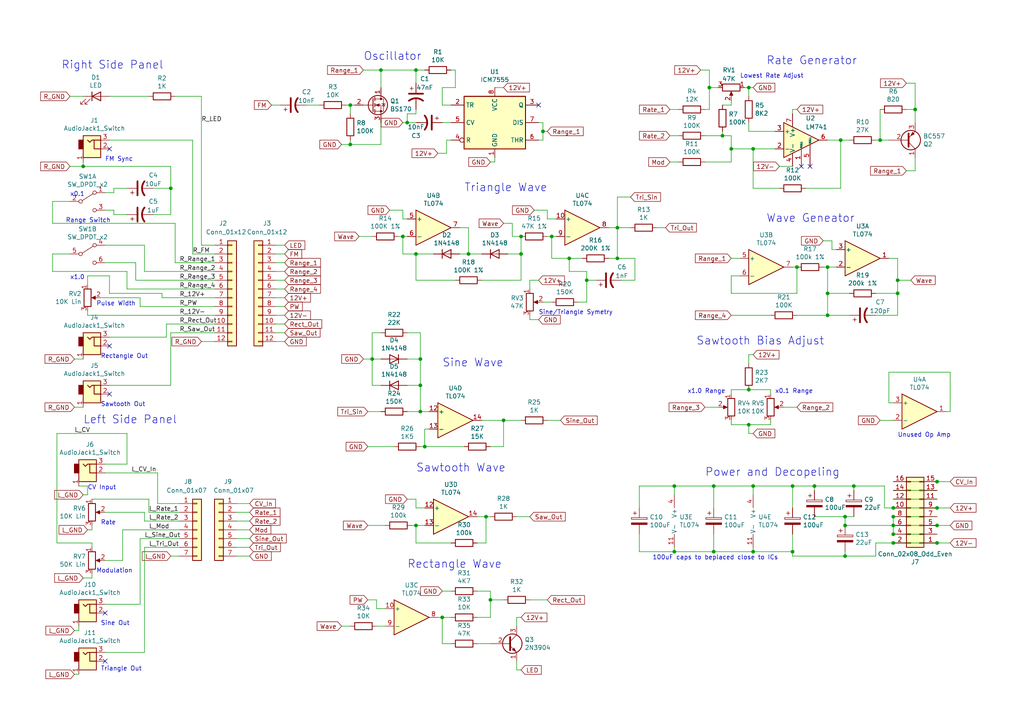
<source format=kicad_sch>
(kicad_sch (version 20250114) (generator "eeschema") (generator_version "9.0")
  (paper "A4")
  (text "x0.1 Range" (at 224.79 114.3 0) (effects (font (size 1.27 1.27)) (justify left bottom)))
  (text "Rate Generator" (at 222.25 19.05 0) (effects (font (size 2.3114 2.3114)) (justify left bottom)))
  (text "Wave Geneator" (at 222.25 64.77 0) (effects (font (size 2.3114 2.3114)) (justify left bottom)))
  (text "Modulation\n" (at 27.94 166.37 0) (effects (font (size 1.27 1.27)) (justify left bottom)))
  (text "Sawtooth Wave" (at 120.65 137.16 0) (effects (font (size 2.3114 2.3114)) (justify left bottom)))
  (text "Sine Wave" (at 128.27 106.68 0) (effects (font (size 2.3114 2.3114)) (justify left bottom)))
  (text "Triangle Out\n\n" (at 29.21 196.85 0) (effects (font (size 1.27 1.27)) (justify left bottom)))
  (text "FM Sync" (at 30.48 46.99 0) (effects (font (size 1.27 1.27)) (justify left bottom)))
  (text "Sine/Triangle Symetry" (at 156.21 91.44 0) (effects (font (size 1.27 1.27)) (justify left bottom)))
  (text "Sine Out\n" (at 29.21 181.61 0) (effects (font (size 1.27 1.27)) (justify left bottom)))
  (text "Left Side Panel" (at 24.13 123.19 0) (effects (font (size 2.3114 2.3114)) (justify left bottom)))
  (text "Sawtooth Bias Adjust" (at 201.93 100.33 0) (effects (font (size 2.3114 2.3114)) (justify left bottom)))
  (text "Rate\n" (at 29.21 152.4 0) (effects (font (size 1.27 1.27)) (justify left bottom)))
  (text "Lowest Rate Adjust" (at 214.63 22.86 0) (effects (font (size 1.27 1.27)) (justify left bottom)))
  (text "Unused Op Amp" (at 260.35 127 0) (effects (font (size 1.27 1.27)) (justify left bottom)))
  (text "100uF caps to beplaced close to ICs" (at 189.23 162.56 0) (effects (font (size 1.27 1.27)) (justify left bottom)))
  (text "CV Input\n" (at 25.4 142.24 0) (effects (font (size 1.27 1.27)) (justify left bottom)))
  (text "x1.0 Range" (at 199.39 114.3 0) (effects (font (size 1.27 1.27)) (justify left bottom)))
  (text "Pulse Width" (at 27.94 88.9 0) (effects (font (size 1.27 1.27)) (justify left bottom)))
  (text "Right Side Panel" (at 17.78 20.32 0) (effects (font (size 2.3114 2.3114)) (justify left bottom)))
  (text "Oscillator" (at 105.41 17.78 0) (effects (font (size 2.3114 2.3114)) (justify left bottom)))
  (text "Sawtooth Out\n" (at 29.21 118.11 0) (effects (font (size 1.27 1.27)) (justify left bottom)))
  (text "Rectangle Out" (at 29.21 104.14 0) (effects (font (size 1.27 1.27)) (justify left bottom)))
  (text "Range Switch" (at 19.05 64.77 0) (effects (font (size 1.27 1.27)) (justify left bottom)))
  (text "Rectangle Wave" (at 118.11 165.1 0) (effects (font (size 2.3114 2.3114)) (justify left bottom)))
  (text "Power and Decopeling" (at 204.47 138.43 0) (effects (font (size 2.3114 2.3114)) (justify left bottom)))
  (text "Triangle Wave" (at 134.62 55.88 0) (effects (font (size 2.3114 2.3114)) (justify left bottom)))
  (text "x0.1" (at 20.32 57.15 0) (effects (font (size 1.27 1.27)) (justify left bottom)))
  (text "x1.0" (at 20.32 81.28 0) (effects (font (size 1.27 1.27)) (justify left bottom)))
  (junction (at 120.65 20.32))
  (junction (at 217.17 123.19))
  (junction (at 207.01 160.02))
  (junction (at 260.35 85.09))
  (junction (at 229.87 160.02))
  (junction (at 209.55 39.37))
  (junction (at 121.92 119.38))
  (junction (at 120.65 73.66))
  (junction (at 259.08 154.94))
  (junction (at 116.84 68.58))
  (junction (at 128.27 179.07))
  (junction (at 218.44 160.02))
  (junction (at 259.08 152.4))
  (junction (at 49.53 54.61))
  (junction (at 245.11 152.4))
  (junction (at 271.78 157.48))
  (junction (at 170.18 81.28))
  (junction (at 195.58 160.02))
  (junction (at 110.49 20.32))
  (junction (at 271.78 152.4))
  (junction (at 236.22 140.97))
  (junction (at 120.65 152.4))
  (junction (at 101.6 30.48))
  (junction (at 118.11 35.56))
  (junction (at 160.02 68.58))
  (junction (at 240.03 85.09))
  (junction (at 218.44 43.18))
  (junction (at 207.01 140.97))
  (junction (at 260.35 81.28))
  (junction (at 151.13 68.58))
  (junction (at 265.43 31.75))
  (junction (at 140.97 149.86))
  (junction (at 259.08 157.48))
  (junction (at 229.87 140.97))
  (junction (at 212.09 43.18))
  (junction (at 247.65 140.97))
  (junction (at 240.03 77.47))
  (junction (at 205.74 25.4))
  (junction (at 107.95 104.14))
  (junction (at 259.08 149.86))
  (junction (at 179.07 74.93))
  (junction (at 240.03 91.44))
  (junction (at 121.92 104.14))
  (junction (at 243.84 40.64))
  (junction (at 135.89 73.66))
  (junction (at 271.78 139.7))
  (junction (at 101.6 41.91))
  (junction (at 255.27 40.64))
  (junction (at 218.44 140.97))
  (junction (at 217.17 113.03))
  (junction (at 165.1 74.93))
  (junction (at 245.11 149.86))
  (junction (at 121.92 111.76))
  (junction (at 195.58 140.97))
  (junction (at 231.14 77.47))
  (junction (at 151.13 73.66))
  (junction (at 24.13 48.26))
  (junction (at 123.19 129.54))
  (junction (at 271.78 147.32))
  (junction (at 245.11 161.29))
  (junction (at 157.48 38.1))
  (junction (at 179.07 66.04))
  (junction (at 259.08 147.32))
  (junction (at 142.24 173.99))
  (junction (at 146.05 121.92))
  (junction (at 217.17 25.4))
  (no_connect (at 156.21 30.48))
  (no_connect (at 234.95 48.26))
  (no_connect (at 232.41 48.26))
  (no_connect (at 31.75 114.3))
  (no_connect (at 30.48 191.77))
  (no_connect (at 30.48 177.8))
  (no_connect (at 31.75 100.33))
  (no_connect (at 31.75 43.18))
  (wire (pts (xy 50.8 76.2) (xy 62.23 76.2)))
  (wire (pts (xy 33.02 54.61) (xy 33.02 55.88)))
  (wire (pts (xy 151.13 81.28) (xy 151.13 73.66)))
  (wire (pts (xy 195.58 158.75) (xy 195.58 160.02)))
  (wire (pts (xy 195.58 140.97) (xy 207.01 140.97)))
  (wire (pts (xy 157.48 38.1) (xy 157.48 40.64)))
  (wire (pts (xy 105.41 20.32) (xy 110.49 20.32)))
  (wire (pts (xy 116.84 35.56) (xy 118.11 35.56)))
  (wire (pts (xy 223.52 113.03) (xy 223.52 114.3)))
  (wire (pts (xy 212.09 74.93) (xy 214.63 74.93)))
  (wire (pts (xy 109.22 181.61) (xy 111.76 181.61)))
  (wire (pts (xy 101.6 41.91) (xy 101.6 40.64)))
  (wire (pts (xy 80.01 93.98) (xy 82.55 93.98)))
  (wire (pts (xy 128.27 186.69) (xy 128.27 179.07)))
  (wire (pts (xy 214.63 80.01) (xy 212.09 80.01)))
  (wire (pts (xy 113.03 60.96) (xy 116.84 60.96)))
  (wire (pts (xy 227.33 118.11) (xy 231.14 118.11)))
  (wire (pts (xy 139.7 121.92) (xy 146.05 121.92)))
  (wire (pts (xy 121.92 119.38) (xy 124.46 119.38)))
  (wire (pts (xy 26.67 167.64) (xy 26.67 166.37)))
  (wire (pts (xy 265.43 31.75) (xy 265.43 35.56)))
  (wire (pts (xy 146.05 121.92) (xy 146.05 129.54)))
  (wire (pts (xy 241.3 69.85) (xy 241.3 72.39)))
  (wire (pts (xy 30.48 189.23) (xy 41.91 189.23)))
  (wire (pts (xy 226.06 48.26) (xy 229.87 48.26)))
  (wire (pts (xy 245.11 149.86) (xy 247.65 149.86)))
  (wire (pts (xy 217.17 38.1) (xy 224.79 38.1)))
  (wire (pts (xy 205.74 25.4) (xy 208.28 25.4)))
  (wire (pts (xy 262.89 31.75) (xy 265.43 31.75)))
  (wire (pts (xy 259.08 147.32) (xy 256.54 147.32)))
  (wire (pts (xy 36.83 62.23) (xy 33.02 62.23)))
  (wire (pts (xy 185.42 147.32) (xy 185.42 140.97)))
  (wire (pts (xy 106.68 129.54) (xy 114.3 129.54)))
  (wire (pts (xy 33.02 55.88) (xy 30.48 55.88)))
  (wire (pts (xy 148.59 64.77) (xy 148.59 68.58)))
  (wire (pts (xy 231.14 91.44) (xy 240.03 91.44)))
  (wire (pts (xy 229.87 161.29) (xy 245.11 161.29)))
  (wire (pts (xy 115.57 68.58) (xy 116.84 68.58)))
  (wire (pts (xy 118.11 111.76) (xy 121.92 111.76)))
  (wire (pts (xy 80.01 76.2) (xy 82.55 76.2)))
  (wire (pts (xy 127 44.45) (xy 129.54 44.45)))
  (wire (pts (xy 80.01 86.36) (xy 82.55 86.36)))
  (wire (pts (xy 36.83 134.62) (xy 30.48 134.62)))
  (wire (pts (xy 80.01 73.66) (xy 82.55 73.66)))
  (wire (pts (xy 212.09 46.99) (xy 212.09 43.18)))
  (wire (pts (xy 118.11 119.38) (xy 121.92 119.38)))
  (wire (pts (xy 212.09 80.01) (xy 212.09 85.09)))
  (wire (pts (xy 116.84 68.58) (xy 116.84 73.66)))
  (wire (pts (xy 116.84 63.5) (xy 118.11 63.5)))
  (wire (pts (xy 40.64 156.21) (xy 52.07 156.21)))
  (wire (pts (xy 107.95 104.14) (xy 105.41 104.14)))
  (wire (pts (xy 207.01 154.94) (xy 207.01 160.02)))
  (wire (pts (xy 184.15 74.93) (xy 184.15 81.28)))
  (wire (pts (xy 156.21 92.71) (xy 153.67 92.71)))
  (wire (pts (xy 49.53 111.76) (xy 31.75 111.76)))
  (wire (pts (xy 167.64 87.63) (xy 170.18 87.63)))
  (wire (pts (xy 265.43 45.72) (xy 265.43 49.53)))
  (wire (pts (xy 106.68 173.99) (xy 109.22 173.99)))
  (wire (pts (xy 21.59 118.11) (xy 24.13 118.11)))
  (wire (pts (xy 154.94 60.96) (xy 158.75 60.96)))
  (wire (pts (xy 33.02 60.96) (xy 30.48 60.96)))
  (wire (pts (xy 26.67 157.48) (xy 26.67 158.75)))
  (wire (pts (xy 132.08 81.28) (xy 120.65 81.28)))
  (wire (pts (xy 212.09 85.09) (xy 231.14 85.09)))
  (wire (pts (xy 223.52 123.19) (xy 217.17 123.19)))
  (wire (pts (xy 80.01 96.52) (xy 82.55 96.52)))
  (wire (pts (xy 170.18 81.28) (xy 170.18 78.74)))
  (wire (pts (xy 217.17 35.56) (xy 217.17 38.1)))
  (wire (pts (xy 257.81 116.84) (xy 259.08 116.84)))
  (wire (pts (xy 50.8 64.77) (xy 50.8 76.2)))
  (wire (pts (xy 217.17 113.03) (xy 223.52 113.03)))
  (wire (pts (xy 120.65 152.4) (xy 123.19 152.4)))
  (wire (pts (xy 41.91 78.74) (xy 62.23 78.74)))
  (wire (pts (xy 170.18 78.74) (xy 165.1 78.74)))
  (wire (pts (xy 110.49 41.91) (xy 101.6 41.91)))
  (wire (pts (xy 21.59 104.14) (xy 24.13 104.14)))
  (wire (pts (xy 176.53 74.93) (xy 179.07 74.93)))
  (wire (pts (xy 257.81 107.95) (xy 257.81 116.84)))
  (wire (pts (xy 259.08 139.7) (xy 271.78 139.7)))
  (wire (pts (xy 120.65 20.32) (xy 110.49 20.32)))
  (wire (pts (xy 240.03 91.44) (xy 240.03 85.09)))
  (wire (pts (xy 233.68 54.61) (xy 243.84 54.61)))
  (wire (pts (xy 157.48 40.64) (xy 156.21 40.64)))
  (wire (pts (xy 242.57 77.47) (xy 240.03 77.47)))
  (wire (pts (xy 30.48 137.16) (xy 45.72 137.16)))
  (wire (pts (xy 231.14 85.09) (xy 231.14 77.47)))
  (wire (pts (xy 43.18 148.59) (xy 52.07 148.59)))
  (wire (pts (xy 218.44 25.4) (xy 217.17 25.4)))
  (wire (pts (xy 140.97 149.86) (xy 142.24 149.86)))
  (wire (pts (xy 128.27 179.07) (xy 130.81 179.07)))
  (wire (pts (xy 26.67 152.4) (xy 26.67 153.67)))
  (wire (pts (xy 119.38 152.4) (xy 120.65 152.4)))
  (wire (pts (xy 185.42 160.02) (xy 195.58 160.02)))
  (wire (pts (xy 149.86 181.61) (xy 149.86 179.07)))
  (wire (pts (xy 259.08 154.94) (xy 271.78 154.94)))
  (wire (pts (xy 246.38 91.44) (xy 240.03 91.44)))
  (wire (pts (xy 255.27 40.64) (xy 254 40.64)))
  (wire (pts (xy 149.86 179.07) (xy 151.13 179.07)))
  (wire (pts (xy 217.17 25.4) (xy 215.9 25.4)))
  (wire (pts (xy 162.56 121.92) (xy 158.75 121.92)))
  (wire (pts (xy 132.08 25.4) (xy 128.27 25.4)))
  (wire (pts (xy 101.6 30.48) (xy 102.87 30.48)))
  (wire (pts (xy 204.47 31.75) (xy 205.74 31.75)))
  (wire (pts (xy 25.4 91.44) (xy 62.23 91.44)))
  (wire (pts (xy 120.65 147.32) (xy 123.19 147.32)))
  (wire (pts (xy 40.64 175.26) (xy 40.64 156.21)))
  (wire (pts (xy 139.7 73.66) (xy 135.89 73.66)))
  (wire (pts (xy 80.01 99.06) (xy 82.55 99.06)))
  (wire (pts (xy 120.65 157.48) (xy 130.81 157.48)))
  (wire (pts (xy 107.95 111.76) (xy 110.49 111.76)))
  (wire (pts (xy 62.23 86.36) (xy 46.99 86.36)))
  (wire (pts (xy 25.4 140.97) (xy 25.4 143.51)))
  (wire (pts (xy 134.62 129.54) (xy 123.19 129.54)))
  (wire (pts (xy 46.99 86.36) (xy 46.99 85.09)))
  (wire (pts (xy 118.11 104.14) (xy 121.92 104.14)))
  (wire (pts (xy 274.32 119.38) (xy 275.59 119.38)))
  (wire (pts (xy 229.87 147.32) (xy 229.87 140.97)))
  (wire (pts (xy 217.17 123.19) (xy 212.09 123.19)))
  (wire (pts (xy 22.86 140.97) (xy 25.4 140.97)))
  (wire (pts (xy 68.58 153.67) (xy 72.39 153.67)))
  (wire (pts (xy 107.95 104.14) (xy 107.95 111.76)))
  (wire (pts (xy 138.43 179.07) (xy 142.24 179.07)))
  (wire (pts (xy 43.18 144.78) (xy 43.18 148.59)))
  (wire (pts (xy 15.24 64.77) (xy 50.8 64.77)))
  (wire (pts (xy 80.01 81.28) (xy 82.55 81.28)))
  (wire (pts (xy 35.56 162.56) (xy 35.56 153.67)))
  (wire (pts (xy 218.44 43.18) (xy 212.09 43.18)))
  (wire (pts (xy 146.05 121.92) (xy 151.13 121.92)))
  (wire (pts (xy 204.47 46.99) (xy 212.09 46.99)))
  (wire (pts (xy 36.83 125.73) (xy 36.83 134.62)))
  (wire (pts (xy 30.48 76.2) (xy 39.37 76.2)))
  (wire (pts (xy 217.17 125.73) (xy 217.17 123.19)))
  (wire (pts (xy 106.68 152.4) (xy 111.76 152.4)))
  (wire (pts (xy 129.54 44.45) (xy 129.54 40.64)))
  (wire (pts (xy 49.53 62.23) (xy 44.45 62.23)))
  (wire (pts (xy 195.58 143.51) (xy 195.58 140.97)))
  (wire (pts (xy 107.95 96.52) (xy 107.95 104.14)))
  (wire (pts (xy 35.56 153.67) (xy 52.07 153.67)))
  (wire (pts (xy 33.02 62.23) (xy 33.02 60.96)))
  (wire (pts (xy 20.32 58.42) (xy 15.24 58.42)))
  (wire (pts (xy 68.58 151.13) (xy 72.39 151.13)))
  (wire (pts (xy 46.99 85.09) (xy 31.75 85.09)))
  (wire (pts (xy 156.21 81.28) (xy 153.67 81.28)))
  (wire (pts (xy 25.4 90.17) (xy 25.4 91.44)))
  (wire (pts (xy 161.29 68.58) (xy 160.02 68.58)))
  (wire (pts (xy 265.43 24.13) (xy 265.43 31.75)))
  (wire (pts (xy 138.43 157.48) (xy 140.97 157.48)))
  (wire (pts (xy 259.08 154.94) (xy 259.08 152.4)))
  (wire (pts (xy 245.11 161.29) (xy 254 161.29)))
  (wire (pts (xy 203.2 20.32) (xy 205.74 20.32)))
  (wire (pts (xy 36.83 83.82) (xy 62.23 83.82)))
  (wire (pts (xy 16.51 125.73) (xy 36.83 125.73)))
  (wire (pts (xy 24.13 46.99) (xy 24.13 48.26)))
  (wire (pts (xy 142.24 46.99) (xy 143.51 46.99)))
  (wire (pts (xy 52.07 161.29) (xy 49.53 161.29)))
  (wire (pts (xy 20.32 73.66) (xy 15.24 73.66)))
  (wire (pts (xy 116.84 68.58) (xy 118.11 68.58)))
  (wire (pts (xy 160.02 68.58) (xy 158.75 68.58)))
  (wire (pts (xy 275.59 152.4) (xy 271.78 152.4)))
  (wire (pts (xy 231.14 31.75) (xy 229.87 31.75)))
  (wire (pts (xy 68.58 146.05) (xy 72.39 146.05)))
  (wire (pts (xy 16.51 157.48) (xy 16.51 125.73)))
  (wire (pts (xy 275.59 119.38) (xy 275.59 107.95)))
  (wire (pts (xy 45.72 146.05) (xy 52.07 146.05)))
  (wire (pts (xy 121.92 111.76) (xy 121.92 119.38)))
  (wire (pts (xy 218.44 160.02) (xy 229.87 160.02)))
  (wire (pts (xy 243.84 40.64) (xy 240.03 40.64)))
  (wire (pts (xy 129.54 40.64) (xy 130.81 40.64)))
  (wire (pts (xy 185.42 140.97) (xy 195.58 140.97)))
  (wire (pts (xy 262.89 24.13) (xy 265.43 24.13)))
  (wire (pts (xy 207.01 140.97) (xy 218.44 140.97)))
  (wire (pts (xy 246.38 85.09) (xy 240.03 85.09)))
  (wire (pts (xy 130.81 186.69) (xy 128.27 186.69)))
  (wire (pts (xy 40.64 88.9) (xy 62.23 88.9)))
  (wire (pts (xy 194.31 46.99) (xy 196.85 46.99)))
  (wire (pts (xy 121.92 104.14) (xy 121.92 111.76)))
  (wire (pts (xy 179.07 74.93) (xy 184.15 74.93)))
  (wire (pts (xy 58.42 27.94) (xy 58.42 71.12)))
  (wire (pts (xy 15.24 73.66) (xy 15.24 78.74)))
  (wire (pts (xy 30.48 71.12) (xy 41.91 71.12)))
  (wire (pts (xy 246.38 40.64) (xy 243.84 40.64)))
  (wire (pts (xy 207.01 140.97) (xy 207.01 147.32)))
  (wire (pts (xy 30.48 162.56) (xy 35.56 162.56)))
  (wire (pts (xy 80.01 71.12) (xy 82.55 71.12)))
  (wire (pts (xy 243.84 54.61) (xy 243.84 40.64)))
  (wire (pts (xy 36.83 54.61) (xy 33.02 54.61)))
  (wire (pts (xy 247.65 140.97) (xy 256.54 140.97)))
  (wire (pts (xy 104.14 68.58) (xy 107.95 68.58)))
  (wire (pts (xy 217.17 25.4) (xy 217.17 27.94)))
  (wire (pts (xy 120.65 24.13) (xy 120.65 20.32)))
  (wire (pts (xy 236.22 142.24) (xy 236.22 140.97)))
  (wire (pts (xy 160.02 68.58) (xy 160.02 74.93)))
  (wire (pts (xy 140.97 157.48) (xy 140.97 149.86)))
  (wire (pts (xy 123.19 129.54) (xy 123.19 124.46)))
  (wire (pts (xy 271.78 147.32) (xy 259.08 147.32)))
  (wire (pts (xy 68.58 148.59) (xy 72.39 148.59)))
  (wire (pts (xy 226.06 54.61) (xy 218.44 54.61)))
  (wire (pts (xy 151.13 194.31) (xy 149.86 194.31)))
  (wire (pts (xy 160.02 74.93) (xy 165.1 74.93)))
  (wire (pts (xy 21.59 195.58) (xy 22.86 195.58)))
  (wire (pts (xy 259.08 149.86) (xy 271.78 149.86)))
  (wire (pts (xy 257.81 40.64) (xy 255.27 40.64)))
  (wire (pts (xy 139.7 81.28) (xy 151.13 81.28)))
  (wire (pts (xy 260.35 91.44) (xy 254 91.44)))
  (wire (pts (xy 212.09 123.19) (xy 212.09 121.92)))
  (wire (pts (xy 128.27 171.45) (xy 130.81 171.45)))
  (wire (pts (xy 241.3 72.39) (xy 242.57 72.39)))
  (wire (pts (xy 165.1 74.93) (xy 168.91 74.93)))
  (wire (pts (xy 88.9 30.48) (xy 92.71 30.48)))
  (wire (pts (xy 130.81 20.32) (xy 132.08 20.32)))
  (wire (pts (xy 260.35 85.09) (xy 260.35 91.44)))
  (wire (pts (xy 121.92 96.52) (xy 121.92 104.14)))
  (wire (pts (xy 41.91 158.75) (xy 52.07 158.75)))
  (wire (pts (xy 194.31 39.37) (xy 196.85 39.37)))
  (wire (pts (xy 212.09 114.3) (xy 212.09 113.03)))
  (wire (pts (xy 264.16 81.28) (xy 260.35 81.28)))
  (wire (pts (xy 193.04 66.04) (xy 190.5 66.04)))
  (wire (pts (xy 205.74 31.75) (xy 205.74 25.4)))
  (wire (pts (xy 212.09 30.48) (xy 209.55 30.48)))
  (wire (pts (xy 110.49 35.56) (xy 110.49 41.91)))
  (wire (pts (xy 185.42 154.94) (xy 185.42 160.02)))
  (wire (pts (xy 223.52 121.92) (xy 223.52 123.19)))
  (wire (pts (xy 31.75 80.01) (xy 25.4 80.01)))
  (wire (pts (xy 48.26 97.79) (xy 31.75 97.79)))
  (wire (pts (xy 80.01 88.9) (xy 82.55 88.9)))
  (wire (pts (xy 116.84 60.96) (xy 116.84 63.5)))
  (wire (pts (xy 260.35 74.93) (xy 260.35 81.28)))
  (wire (pts (xy 146.05 64.77) (xy 148.59 64.77)))
  (wire (pts (xy 142.24 173.99) (xy 142.24 171.45)))
  (wire (pts (xy 100.33 30.48) (xy 101.6 30.48)))
  (wire (pts (xy 218.44 125.73) (xy 217.17 125.73)))
  (wire (pts (xy 259.08 144.78) (xy 271.78 144.78)))
  (wire (pts (xy 245.11 152.4) (xy 245.11 149.86)))
  (wire (pts (xy 204.47 39.37) (xy 209.55 39.37)))
  (wire (pts (xy 43.18 27.94) (xy 31.75 27.94)))
  (wire (pts (xy 120.65 73.66) (xy 125.73 73.66)))
  (wire (pts (xy 212.09 91.44) (xy 223.52 91.44)))
  (wire (pts (xy 16.51 157.48) (xy 26.67 157.48)))
  (wire (pts (xy 135.89 73.66) (xy 133.35 73.66)))
  (wire (pts (xy 158.75 38.1) (xy 157.48 38.1)))
  (wire (pts (xy 205.74 20.32) (xy 205.74 25.4)))
  (wire (pts (xy 165.1 78.74) (xy 165.1 74.93)))
  (wire (pts (xy 24.13 167.64) (xy 26.67 167.64)))
  (wire (pts (xy 101.6 33.02) (xy 101.6 30.48)))
  (wire (pts (xy 151.13 73.66) (xy 147.32 73.66)))
  (wire (pts (xy 106.68 119.38) (xy 110.49 119.38)))
  (wire (pts (xy 120.65 20.32) (xy 123.19 20.32)))
  (wire (pts (xy 142.24 179.07) (xy 142.24 173.99)))
  (wire (pts (xy 259.08 152.4) (xy 245.11 152.4)))
  (wire (pts (xy 254 157.48) (xy 254 161.29)))
  (wire (pts (xy 120.65 152.4) (xy 120.65 157.48)))
  (wire (pts (xy 120.65 33.02) (xy 118.11 33.02)))
  (wire (pts (xy 265.43 49.53) (xy 262.89 49.53)))
  (wire (pts (xy 21.59 182.88) (xy 22.86 182.88)))
  (wire (pts (xy 259.08 157.48) (xy 254 157.48)))
  (wire (pts (xy 101.6 41.91) (xy 99.06 41.91)))
  (wire (pts (xy 229.87 161.29) (xy 229.87 160.02)))
  (wire (pts (xy 257.81 74.93) (xy 260.35 74.93)))
  (wire (pts (xy 128.27 25.4) (xy 128.27 30.48)))
  (wire (pts (xy 238.76 69.85) (xy 241.3 69.85)))
  (wire (pts (xy 224.79 43.18) (xy 218.44 43.18)))
  (wire (pts (xy 55.88 40.64) (xy 55.88 73.66)))
  (wire (pts (xy 128.27 30.48) (xy 130.81 30.48)))
  (wire (pts (xy 259.08 149.86) (xy 259.08 152.4)))
  (wire (pts (xy 49.53 96.52) (xy 49.53 111.76)))
  (wire (pts (xy 236.22 149.86) (xy 245.11 149.86)))
  (wire (pts (xy 212.09 113.03) (xy 217.17 113.03)))
  (wire (pts (xy 41.91 151.13) (xy 52.07 151.13)))
  (wire (pts (xy 25.4 80.01) (xy 25.4 82.55)))
  (wire (pts (xy 195.58 160.02) (xy 207.01 160.02)))
  (wire (pts (xy 153.67 92.71) (xy 153.67 91.44)))
  (wire (pts (xy 260.35 85.09) (xy 254 85.09)))
  (wire (pts (xy 229.87 160.02) (xy 229.87 154.94)))
  (wire (pts (xy 182.88 66.04) (xy 179.07 66.04)))
  (wire (pts (xy 24.13 27.94) (xy 20.32 27.94)))
  (wire (pts (xy 153.67 81.28) (xy 153.67 83.82)))
  (wire (pts (xy 209.55 39.37) (xy 212.09 39.37)))
  (wire (pts (xy 58.42 99.06) (xy 62.23 99.06)))
  (wire (pts (xy 204.47 118.11) (xy 208.28 118.11)))
  (wire (pts (xy 49.53 48.26) (xy 49.53 54.61)))
  (wire (pts (xy 68.58 156.21) (xy 72.39 156.21)))
  (wire (pts (xy 29.21 86.36) (xy 40.64 86.36)))
  (wire (pts (xy 30.48 148.59) (xy 41.91 148.59)))
  (wire (pts (xy 207.01 160.02) (xy 218.44 160.02)))
  (wire (pts (xy 118.11 144.78) (xy 120.65 144.78)))
  (wire (pts (xy 151.13 68.58) (xy 151.13 73.66)))
  (wire (pts (xy 40.64 86.36) (xy 40.64 88.9)))
  (wire (pts (xy 240.03 85.09) (xy 240.03 77.47)))
  (wire (pts (xy 255.27 121.92) (xy 259.08 121.92)))
  (wire (pts (xy 194.31 31.75) (xy 196.85 31.75)))
  (wire (pts (xy 116.84 73.66) (xy 120.65 73.66)))
  (wire (pts (xy 49.53 54.61) (xy 49.53 62.23)))
  (wire (pts (xy 209.55 38.1) (xy 209.55 39.37)))
  (wire (pts (xy 212.09 29.21) (xy 212.09 30.48)))
  (wire (pts (xy 110.49 20.32) (xy 110.49 25.4)))
  (wire (pts (xy 127 179.07) (xy 128.27 179.07)))
  (wire (pts (xy 31.75 85.09) (xy 31.75 80.01)))
  (wire (pts (xy 170.18 87.63) (xy 170.18 81.28)))
  (wire (pts (xy 179.07 66.04) (xy 176.53 66.04)))
  (wire (pts (xy 275.59 107.95) (xy 257.81 107.95)))
  (wire (pts (xy 236.22 140.97) (xy 247.65 140.97)))
  (wire (pts (xy 231.14 77.47) (xy 229.87 77.47)))
  (wire (pts (xy 68.58 161.29) (xy 72.39 161.29)))
  (wire (pts (xy 158.75 63.5) (xy 161.29 63.5)))
  (wire (pts (xy 41.91 189.23) (xy 41.91 158.75)))
  (wire (pts (xy 240.03 77.47) (xy 238.76 77.47)))
  (wire (pts (xy 146.05 129.54) (xy 142.24 129.54)))
  (wire (pts (xy 218.44 43.18) (xy 218.44 54.61)))
  (wire (pts (xy 62.23 96.52) (xy 49.53 96.52)))
  (wire (pts (xy 36.83 78.74) (xy 36.83 83.82)))
  (wire (pts (xy 123.19 124.46) (xy 124.46 124.46)))
  (wire (pts (xy 80.01 78.74) (xy 82.55 78.74)))
  (wire (pts (xy 109.22 173.99) (xy 109.22 176.53)))
  (wire (pts (xy 184.15 81.28) (xy 180.34 81.28)))
  (wire (pts (xy 128.27 35.56) (xy 130.81 35.56)))
  (wire (pts (xy 135.89 66.04) (xy 135.89 73.66)))
  (wire (pts (xy 217.17 102.87) (xy 217.17 105.41)))
  (wire (pts (xy 148.59 68.58) (xy 151.13 68.58)))
  (wire (pts (xy 120.65 81.28) (xy 120.65 73.66)))
  (wire (pts (xy 41.91 71.12) (xy 41.91 78.74)))
  (wire (pts (xy 138.43 186.69) (xy 142.24 186.69)))
  (wire (pts (xy 80.01 83.82) (xy 82.55 83.82)))
  (wire (pts (xy 218.44 102.87) (xy 217.17 102.87)))
  (wire (pts (xy 146.05 25.4) (xy 143.51 25.4)))
  (wire (pts (xy 110.49 96.52) (xy 107.95 96.52)))
  (wire (pts (xy 22.86 182.88) (xy 22.86 181.61)))
  (wire (pts (xy 229.87 140.97) (xy 236.22 140.97)))
  (wire (pts (xy 25.4 143.51) (xy 24.13 143.51)))
  (wire (pts (xy 26.67 144.78) (xy 43.18 144.78)))
  (wire (pts (xy 138.43 149.86) (xy 140.97 149.86)))
  (wire (pts (xy 229.87 31.75) (xy 229.87 33.02)))
  (wire (pts (xy 118.11 35.56) (xy 120.65 35.56)))
  (wire (pts (xy 133.35 66.04) (xy 135.89 66.04)))
  (wire (pts (xy 15.24 78.74) (xy 36.83 78.74)))
  (wire (pts (xy 45.72 137.16) (xy 45.72 146.05)))
  (wire (pts (xy 218.44 158.75) (xy 218.44 160.02)))
  (wire (pts (xy 110.49 104.14) (xy 107.95 104.14)))
  (wire (pts (xy 48.26 93.98) (xy 48.26 97.79)))
  (wire (pts (xy 49.53 54.61) (xy 44.45 54.61)))
  (wire (pts (xy 109.22 176.53) (xy 111.76 176.53)))
  (wire (pts (xy 260.35 81.28) (xy 260.35 85.09)))
  (wire (pts (xy 153.67 149.86) (xy 149.86 149.86)))
  (wire (pts (xy 259.08 142.24) (xy 271.78 142.24)))
  (wire (pts (xy 58.42 27.94) (xy 50.8 27.94)))
  (wire (pts (xy 30.48 175.26) (xy 40.64 175.26)))
  (wire (pts (xy 247.65 140.97) (xy 247.65 142.24)))
  (wire (pts (xy 24.13 48.26) (xy 20.32 48.26)))
  (wire (pts (xy 156.21 35.56) (xy 157.48 35.56)))
  (wire (pts (xy 142.24 171.45) (xy 138.43 171.45)))
  (wire (pts (xy 62.23 93.98) (xy 48.26 93.98)))
  (wire (pts (xy 118.11 33.02) (xy 118.11 35.56)))
  (wire (pts (xy 157.48 87.63) (xy 160.02 87.63)))
  (wire (pts (xy 275.59 147.32) (xy 271.78 147.32)))
  (wire (pts (xy 245.11 160.02) (xy 245.11 161.29)))
  (wire (pts (xy 255.27 31.75) (xy 255.27 40.64)))
  (wire (pts (xy 118.11 96.52) (xy 121.92 96.52)))
  (wire (pts (xy 15.24 58.42) (xy 15.24 64.77)))
  (wire (pts (xy 271.78 139.7) (xy 275.59 139.7)))
  (wire (pts (xy 143.51 46.99) (xy 143.51 45.72)))
  (wire (pts (xy 31.75 40.64) (xy 55.88 40.64)))
  (wire (pts (xy 41.91 148.59) (xy 41.91 151.13)))
  (wire (pts (xy 157.48 35.56) (xy 157.48 38.1)))
  (wire (pts (xy 271.78 157.48) (xy 259.08 157.48)))
  (wire (pts (xy 26.67 153.67) (xy 25.4 153.67)))
  (wire (pts (xy 68.58 158.75) (xy 72.39 158.75)))
  (wire (pts (xy 132.08 20.32) (xy 132.08 25.4)))
  (wire (pts (xy 172.72 81.28) (xy 170.18 81.28)))
  (wire (pts (xy 158.75 60.96) (xy 158.75 63.5)))
  (wire (pts (xy 120.65 144.78) (xy 120.65 147.32)))
  (wire (pts (xy 179.07 74.93) (xy 179.07 66.04)))
  (wire (pts (xy 99.06 181.61) (xy 101.6 181.61)))
  (wire (pts (xy 275.59 157.48) (xy 271.78 157.48)))
  (wire (pts (xy 39.37 76.2) (xy 39.37 81.28)))
  (wire (pts (xy 80.01 91.44) (xy 82.55 91.44)))
  (wire (pts (xy 120.65 31.75) (xy 120.65 33.02)))
  (wire (pts (xy 58.42 71.12) (xy 62.23 71.12)))
  (wire (pts (xy 149.86 194.31) (xy 149.86 191.77)))
  (wire (pts (xy 259.08 152.4) (xy 271.78 152.4)))
  (wire (pts (xy 121.92 129.54) (xy 123.19 129.54)))
  (wire (pts (xy 256.54 147.32) (xy 256.54 140.97)))
  (wire (pts (xy 24.13 48.26) (xy 49.53 48.26)))
  (wire (pts (xy 218.44 140.97) (xy 229.87 140.97)))
  (wire (pts (xy 39.37 81.28) (xy 62.23 81.28)))
  (wire (pts (xy 218.44 143.51) (xy 218.44 140.97)))
  (wire (pts (xy 146.05 173.99) (xy 142.24 173.99)))
  (wire (pts (xy 179.07 57.15) (xy 179.07 66.04)))
  (wire (pts (xy 153.67 173.99) (xy 158.75 173.99)))
  (wire (pts (xy 78.74 30.48) (xy 81.28 30.48)))
  (wire (pts (xy 212.09 43.18) (xy 212.09 39.37)))
  (wire (pts (xy 55.88 73.66) (xy 62.23 73.66)))
  (wire (pts (xy 182.88 57.15) (xy 179.07 57.15)))
  (label "R_PW" (at 52.07 88.9 0))
  (label "R_12V-" (at 52.07 91.44 0))
  (label "L_Mod" (at 43.18 153.67 0))
  (label "R_Rect_Out" (at 52.07 93.98 0))
  (label "L_CV" (at 21.59 125.73 0))
  (label "R_FM" (at 55.88 73.66 0))
  (label "R_Saw_Out" (at 52.07 96.52 0))
  (label "R_Range_2" (at 52.07 78.74 0))
  (label "R_Range_1" (at 52.07 76.2 0))
  (label "R_Range_4" (at 52.07 83.82 0))
  (label "L_Rate_2" (at 43.18 151.13 0))
  (label "R_12V+" (at 52.07 86.36 0))
  (label "L_Rate_1" (at 43.18 148.59 0))
  (label "R_Range_3" (at 52.07 81.28 0))
  (label "L_CV_In" (at 38.1 137.16 0))
  (label "L_Tri_Out" (at 43.18 158.75 0))
  (label "R_LED" (at 58.42 35.56 0))
  (label "L_Sine_Out" (at 41.91 156.21 0))
  (global_label "Saw_Out" (shape input) (at 82.55 96.52 0) (property "Intersheetrefs" "${INTERSHEET_REFS}" (effects (hide yes))))
  (global_label "12V+" (shape input) (at 156.21 81.28 0) (property "Intersheetrefs" "${INTERSHEET_REFS}" (effects (hide yes))))
  (global_label "Tri_Out" (shape input) (at 193.04 66.04 0) (property "Intersheetrefs" "${INTERSHEET_REFS}" (effects (hide yes))))
  (global_label "GND" (shape input) (at 238.76 69.85 180) (property "Intersheetrefs" "${INTERSHEET_REFS}" (effects (hide yes))))
  (global_label "FM" (shape input) (at 78.74 30.48 180) (property "Intersheetrefs" "${INTERSHEET_REFS}" (effects (hide yes))))
  (global_label "Tri_Out" (shape input) (at 72.39 158.75 0) (property "Intersheetrefs" "${INTERSHEET_REFS}" (effects (hide yes))))
  (global_label "Tri_Sin" (shape input) (at 182.88 57.15 0) (property "Intersheetrefs" "${INTERSHEET_REFS}" (effects (hide yes))))
  (global_label "Saw_Out" (shape input) (at 153.67 149.86 0) (property "Intersheetrefs" "${INTERSHEET_REFS}" (effects (hide yes))))
  (global_label "Wave" (shape input) (at 106.68 152.4 180) (property "Intersheetrefs" "${INTERSHEET_REFS}" (effects (hide yes))))
  (global_label "Rate_1" (shape input) (at 72.39 148.59 0) (property "Intersheetrefs" "${INTERSHEET_REFS}" (effects (hide yes))))
  (global_label "R_GND" (shape input) (at 21.59 104.14 180) (property "Intersheetrefs" "${INTERSHEET_REFS}" (effects (hide yes))))
  (global_label "Range_1" (shape input) (at 262.89 49.53 180) (property "Intersheetrefs" "${INTERSHEET_REFS}" (effects (hide yes))))
  (global_label "L_GND" (shape input) (at 24.13 167.64 180) (property "Intersheetrefs" "${INTERSHEET_REFS}" (effects (hide yes))))
  (global_label "Rate_2" (shape input) (at 194.31 39.37 180) (property "Intersheetrefs" "${INTERSHEET_REFS}" (effects (hide yes))))
  (global_label "L_GND" (shape input) (at 21.59 182.88 180) (property "Intersheetrefs" "${INTERSHEET_REFS}" (effects (hide yes))))
  (global_label "LED" (shape input) (at 151.13 194.31 0) (property "Intersheetrefs" "${INTERSHEET_REFS}" (effects (hide yes))))
  (global_label "Rate_2" (shape input) (at 72.39 151.13 0) (property "Intersheetrefs" "${INTERSHEET_REFS}" (effects (hide yes))))
  (global_label "Range_1" (shape input) (at 212.09 74.93 180) (property "Intersheetrefs" "${INTERSHEET_REFS}" (effects (hide yes))))
  (global_label "12V+" (shape input) (at 151.13 179.07 0) (property "Intersheetrefs" "${INTERSHEET_REFS}" (effects (hide yes))))
  (global_label "GND" (shape input) (at 116.84 35.56 180) (property "Intersheetrefs" "${INTERSHEET_REFS}" (effects (hide yes))))
  (global_label "GND" (shape input) (at 142.24 46.99 180) (property "Intersheetrefs" "${INTERSHEET_REFS}" (effects (hide yes))))
  (global_label "Sine_Out" (shape input) (at 72.39 156.21 0) (property "Intersheetrefs" "${INTERSHEET_REFS}" (effects (hide yes))))
  (global_label "R_GND" (shape input) (at 21.59 118.11 180) (property "Intersheetrefs" "${INTERSHEET_REFS}" (effects (hide yes))))
  (global_label "GND" (shape input) (at 118.11 144.78 180) (property "Intersheetrefs" "${INTERSHEET_REFS}" (effects (hide yes))))
  (global_label "R_GND" (shape input) (at 20.32 48.26 180) (property "Intersheetrefs" "${INTERSHEET_REFS}" (effects (hide yes))))
  (global_label "12V-" (shape input) (at 275.59 157.48 0) (property "Intersheetrefs" "${INTERSHEET_REFS}" (effects (hide yes))))
  (global_label "Wave" (shape input) (at 264.16 81.28 0) (property "Intersheetrefs" "${INTERSHEET_REFS}" (effects (hide yes))))
  (global_label "CV_In" (shape input) (at 72.39 146.05 0) (property "Intersheetrefs" "${INTERSHEET_REFS}" (effects (hide yes))))
  (global_label "Wave" (shape input) (at 104.14 68.58 180) (property "Intersheetrefs" "${INTERSHEET_REFS}" (effects (hide yes))))
  (global_label "L_GND" (shape input) (at 24.13 143.51 180) (property "Intersheetrefs" "${INTERSHEET_REFS}" (effects (hide yes))))
  (global_label "Rate_1" (shape input) (at 194.31 31.75 180) (property "Intersheetrefs" "${INTERSHEET_REFS}" (effects (hide yes))))
  (global_label "Sine_Out" (shape input) (at 162.56 121.92 0) (property "Intersheetrefs" "${INTERSHEET_REFS}" (effects (hide yes))))
  (global_label "FM" (shape input) (at 82.55 73.66 0) (property "Intersheetrefs" "${INTERSHEET_REFS}" (effects (hide yes))))
  (global_label "L_GND" (shape input) (at 21.59 195.58 180) (property "Intersheetrefs" "${INTERSHEET_REFS}" (effects (hide yes))))
  (global_label "GND" (shape input) (at 218.44 25.4 0) (property "Intersheetrefs" "${INTERSHEET_REFS}" (effects (hide yes))))
  (global_label "Tri_Sin" (shape input) (at 106.68 119.38 180) (property "Intersheetrefs" "${INTERSHEET_REFS}" (effects (hide yes))))
  (global_label "Range_2" (shape input) (at 231.14 118.11 0) (property "Intersheetrefs" "${INTERSHEET_REFS}" (effects (hide yes))))
  (global_label "Rect_Out" (shape input) (at 158.75 173.99 0) (property "Intersheetrefs" "${INTERSHEET_REFS}" (effects (hide yes))))
  (global_label "12V+" (shape input) (at 262.89 24.13 180) (property "Intersheetrefs" "${INTERSHEET_REFS}" (effects (hide yes))))
  (global_label "Range_1" (shape input) (at 82.55 76.2 0) (property "Intersheetrefs" "${INTERSHEET_REFS}" (effects (hide yes))))
  (global_label "GND" (shape input) (at 72.39 161.29 0) (property "Intersheetrefs" "${INTERSHEET_REFS}" (effects (hide yes))))
  (global_label "Range_3" (shape input) (at 82.55 81.28 0) (property "Intersheetrefs" "${INTERSHEET_REFS}" (effects (hide yes))))
  (global_label "Mod" (shape input) (at 194.31 46.99 180) (property "Intersheetrefs" "${INTERSHEET_REFS}" (effects (hide yes))))
  (global_label "Range_1" (shape input) (at 158.75 38.1 0) (property "Intersheetrefs" "${INTERSHEET_REFS}" (effects (hide yes))))
  (global_label "LED" (shape input) (at 82.55 71.12 0) (property "Intersheetrefs" "${INTERSHEET_REFS}" (effects (hide yes))))
  (global_label "R_GND" (shape input) (at 58.42 99.06 180) (property "Intersheetrefs" "${INTERSHEET_REFS}" (effects (hide yes))))
  (global_label "GND" (shape input) (at 82.55 99.06 0) (property "Intersheetrefs" "${INTERSHEET_REFS}" (effects (hide yes))))
  (global_label "GND" (shape input) (at 154.94 60.96 180) (property "Intersheetrefs" "${INTERSHEET_REFS}" (effects (hide yes))))
  (global_label "12V+" (shape input) (at 203.2 20.32 180) (property "Intersheetrefs" "${INTERSHEET_REFS}" (effects (hide yes))))
  (global_label "GND" (shape input) (at 105.41 104.14 180) (property "Intersheetrefs" "${INTERSHEET_REFS}" (effects (hide yes))))
  (global_label "Mod" (shape input) (at 72.39 153.67 0) (property "Intersheetrefs" "${INTERSHEET_REFS}" (effects (hide yes))))
  (global_label "12V+" (shape input) (at 127 44.45 180) (property "Intersheetrefs" "${INTERSHEET_REFS}" (effects (hide yes))))
  (global_label "12V-" (shape input) (at 82.55 91.44 0) (property "Intersheetrefs" "${INTERSHEET_REFS}" (effects (hide yes))))
  (global_label "Range_3" (shape input) (at 204.47 118.11 180) (property "Intersheetrefs" "${INTERSHEET_REFS}" (effects (hide yes))))
  (global_label "Wave" (shape input) (at 99.06 181.61 180) (property "Intersheetrefs" "${INTERSHEET_REFS}" (effects (hide yes))))
  (global_label "12V+" (shape input) (at 231.14 31.75 0) (property "Intersheetrefs" "${INTERSHEET_REFS}" (effects (hide yes))))
  (global_label "Wave" (shape input) (at 146.05 64.77 180) (property "Intersheetrefs" "${INTERSHEET_REFS}" (effects (hide yes))))
  (global_label "L_GND" (shape input) (at 25.4 153.67 180) (property "Intersheetrefs" "${INTERSHEET_REFS}" (effects (hide yes))))
  (global_label "12V+" (shape input) (at 82.55 86.36 0) (property "Intersheetrefs" "${INTERSHEET_REFS}" (effects (hide yes))))
  (global_label "12V+" (shape input) (at 275.59 147.32 0) (property "Intersheetrefs" "${INTERSHEET_REFS}" (effects (hide yes))))
  (global_label "GND" (shape input) (at 99.06 41.91 180) (property "Intersheetrefs" "${INTERSHEET_REFS}" (effects (hide yes))))
  (global_label "GND" (shape input) (at 113.03 60.96 180) (property "Intersheetrefs" "${INTERSHEET_REFS}" (effects (hide yes))))
  (global_label "GND" (shape input) (at 128.27 171.45 180) (property "Intersheetrefs" "${INTERSHEET_REFS}" (effects (hide yes))))
  (global_label "GND" (shape input) (at 106.68 129.54 180) (property "Intersheetrefs" "${INTERSHEET_REFS}" (effects (hide yes))))
  (global_label "R_GND" (shape input) (at 20.32 27.94 180) (property "Intersheetrefs" "${INTERSHEET_REFS}" (effects (hide yes))))
  (global_label "12V+" (shape input) (at 146.05 25.4 0) (property "Intersheetrefs" "${INTERSHEET_REFS}" (effects (hide yes))))
  (global_label "PW" (shape input) (at 82.55 88.9 0) (property "Intersheetrefs" "${INTERSHEET_REFS}" (effects (hide yes))))
  (global_label "L_GND" (shape input) (at 49.53 161.29 180) (property "Intersheetrefs" "${INTERSHEET_REFS}" (effects (hide yes))))
  (global_label "Range_2" (shape input) (at 82.55 78.74 0) (property "Intersheetrefs" "${INTERSHEET_REFS}" (effects (hide yes))))
  (global_label "12V+" (shape input) (at 218.44 102.87 0) (property "Intersheetrefs" "${INTERSHEET_REFS}" (effects (hide yes))))
  (global_label "GND" (shape input) (at 218.44 125.73 0) (property "Intersheetrefs" "${INTERSHEET_REFS}" (effects (hide yes))))
  (global_label "Range_4" (shape input) (at 212.09 91.44 180) (property "Intersheetrefs" "${INTERSHEET_REFS}" (effects (hide yes))))
  (global_label "PW" (shape input) (at 106.68 173.99 180) (property "Intersheetrefs" "${INTERSHEET_REFS}" (effects (hide yes))))
  (global_label "12V-" (shape input) (at 226.06 48.26 180) (property "Intersheetrefs" "${INTERSHEET_REFS}" (effects (hide yes))))
  (global_label "GND" (shape input) (at 275.59 152.4 0) (property "Intersheetrefs" "${INTERSHEET_REFS}" (effects (hide yes))))
  (global_label "Range_4" (shape input) (at 82.55 83.82 0) (property "Intersheetrefs" "${INTERSHEET_REFS}" (effects (hide yes))))
  (global_label "Range_1" (shape input) (at 105.41 20.32 180) (property "Intersheetrefs" "${INTERSHEET_REFS}" (effects (hide yes))))
  (global_label "GND" (shape input) (at 255.27 121.92 180) (property "Intersheetrefs" "${INTERSHEET_REFS}" (effects (hide yes))))
  (global_label "Rect_Out" (shape input) (at 82.55 93.98 0) (property "Intersheetrefs" "${INTERSHEET_REFS}" (effects (hide yes))))
  (global_label "CV_In" (shape input) (at 275.59 139.7 0) (property "Intersheetrefs" "${INTERSHEET_REFS}" (effects (hide yes))))
  (global_label "GND" (shape input) (at 156.21 92.71 0) (property "Intersheetrefs" "${INTERSHEET_REFS}" (effects (hide yes))))
  (symbol (lib_id "LFO_THT-rescue:ICM7555-Timer") (at 143.51 35.56 0) (unit 1)
    (property "Reference" "U1" (at 143.51 20.8026 0))
    (property "Value" "ICM7555" (at 143.51 23.114 0))
    (property "Footprint" "Housings_DIP:DIP-8_W7.62mm_Socket" (effects (hide yes)))
    (property "Datasheet" "http://www.intersil.com/content/dam/Intersil/documents/icm7/icm7555-56.pdf" (effects (hide yes)))
  )
  (symbol (lib_id "Amplifier_Operational:TL074") (at 250.19 74.93 0) (unit 1)
    (property "Reference" "U3" (at 250.19 65.6082 0))
    (property "Value" "TL074" (at 250.19 67.9196 0))
    (property "Footprint" "Housings_DIP:DIP-14_W7.62mm_Socket" (effects (hide yes)))
    (property "Datasheet" "http://www.ti.com/lit/ds/symlink/tl071.pdf" (effects (hide yes)))
  )
  (symbol (lib_id "Amplifier_Operational:TL074") (at 125.73 66.04 0) (unit 2)
    (property "Reference" "U4" (at 125.73 56.7182 0))
    (property "Value" "TL074" (at 125.73 59.0296 0))
    (property "Footprint" "Housings_DIP:DIP-14_W7.62mm_Socket" (effects (hide yes)))
    (property "Datasheet" "http://www.ti.com/lit/ds/symlink/tl071.pdf" (effects (hide yes)))
  )
  (symbol (lib_id "Amplifier_Operational:TL074") (at 168.91 66.04 0) (unit 3)
    (property "Reference" "U4" (at 168.91 56.7182 0))
    (property "Value" "TL074" (at 168.91 59.0296 0))
    (property "Footprint" "Housings_DIP:DIP-14_W7.62mm_Socket" (effects (hide yes)))
    (property "Datasheet" "http://www.ti.com/lit/ds/symlink/tl071.pdf" (effects (hide yes)))
  )
  (symbol (lib_id "Amplifier_Operational:TL074") (at 132.08 121.92 0) (unit 4)
    (property "Reference" "U4" (at 132.08 112.5982 0))
    (property "Value" "TL074" (at 132.08 114.9096 0))
    (property "Footprint" "Housings_DIP:DIP-14_W7.62mm_Socket" (effects (hide yes)))
    (property "Datasheet" "http://www.ti.com/lit/ds/symlink/tl071.pdf" (effects (hide yes)))
  )
  (symbol (lib_id "Amplifier_Operational:TL074") (at 220.98 151.13 0) (unit 5)
    (property "Reference" "U4" (at 219.9132 149.9616 0) (effects (justify left)))
    (property "Value" "TL074" (at 219.9132 152.273 0) (effects (justify left)))
    (property "Footprint" "Housings_DIP:DIP-14_W7.62mm_Socket" (effects (hide yes)))
    (property "Datasheet" "http://www.ti.com/lit/ds/symlink/tl071.pdf" (effects (hide yes)))
  )
  (symbol (lib_id "Amplifier_Operational:TL074") (at 266.7 119.38 0) (unit 1)
    (property "Reference" "U4" (at 266.7 110.0582 0))
    (property "Value" "TL074" (at 266.7 112.3696 0))
    (property "Footprint" "Housings_DIP:DIP-14_W7.62mm_Socket" (effects (hide yes)))
    (property "Datasheet" "http://www.ti.com/lit/ds/symlink/tl071.pdf" (effects (hide yes)))
  )
  (symbol (lib_id "Amplifier_Operational:TL074") (at 222.25 77.47 0) (unit 2)
    (property "Reference" "U3" (at 222.25 68.1482 0))
    (property "Value" "TL074" (at 222.25 70.4596 0))
    (property "Footprint" "Housings_DIP:DIP-14_W7.62mm_Socket" (effects (hide yes)))
    (property "Datasheet" "http://www.ti.com/lit/ds/symlink/tl071.pdf" (effects (hide yes)))
  )
  (symbol (lib_id "Amplifier_Operational:TL074") (at 119.38 179.07 0) (unit 3)
    (property "Reference" "U3" (at 119.38 169.7482 0))
    (property "Value" "TL074" (at 119.38 172.0596 0))
    (property "Footprint" "Housings_DIP:DIP-14_W7.62mm_Socket" (effects (hide yes)))
    (property "Datasheet" "http://www.ti.com/lit/ds/symlink/tl071.pdf" (effects (hide yes)))
  )
  (symbol (lib_id "Amplifier_Operational:TL074") (at 130.81 149.86 0) (unit 4)
    (property "Reference" "U3" (at 130.81 140.5382 0))
    (property "Value" "TL074" (at 130.81 142.8496 0))
    (property "Footprint" "Housings_DIP:DIP-14_W7.62mm_Socket" (effects (hide yes)))
    (property "Datasheet" "http://www.ti.com/lit/ds/symlink/tl071.pdf" (effects (hide yes)))
  )
  (symbol (lib_id "Amplifier_Operational:TL074") (at 198.12 151.13 0) (unit 5)
    (property "Reference" "U3" (at 197.0532 149.9616 0) (effects (justify left)))
    (property "Value" "TL074" (at 197.0532 152.273 0) (effects (justify left)))
    (property "Footprint" "Housings_DIP:DIP-14_W7.62mm_Socket" (effects (hide yes)))
    (property "Datasheet" "http://www.ti.com/lit/ds/symlink/tl071.pdf" (effects (hide yes)))
  )
  (symbol (lib_id "Amplifier_Operational:LM741") (at 232.41 40.64 0) (unit 1)
    (property "Reference" "U2" (at 233.68 34.29 0) (effects (justify left)))
    (property "Value" "LM741" (at 233.68 36.83 0) (effects (justify left)))
    (property "Footprint" "Housings_DIP:DIP-8_W7.62mm_Socket" (effects (hide yes)))
    (property "Datasheet" "http://www.ti.com/lit/ds/symlink/lm741.pdf" (effects (hide yes)))
  )
  (symbol (lib_id "Transistor_BJT:2N3904") (at 147.32 186.69 0) (unit 1)
    (property "Reference" "Q3" (at 152.146 185.5216 0) (effects (justify left)))
    (property "Value" "2N3904" (at 152.146 187.833 0) (effects (justify left)))
    (property "Footprint" "TO_SOT_Packages_THT:TO-92_Inline_Wide" (effects (hide yes)))
    (property "Datasheet" "https://www.fairchildsemi.com/datasheets/2N/2N3904.pdf" (effects (hide yes)))
  )
  (symbol (lib_id "Transistor_BJT:BC557") (at 262.89 40.64 0) (mirror x) (unit 1)
    (property "Reference" "Q2" (at 267.7414 41.8084 0) (effects (justify left)))
    (property "Value" "BC557" (at 267.7414 39.497 0) (effects (justify left)))
    (property "Footprint" "TO_SOT_Packages_THT:TO-92_Inline_Wide" (effects (hide yes)))
    (property "Datasheet" "http://www.fairchildsemi.com/ds/BC/BC557.pdf" (effects (hide yes)))
  )
  (symbol (lib_id "Transistor_FET:BS170") (at 107.95 30.48 0) (unit 1)
    (property "Reference" "Q1" (at 113.1316 29.3116 0) (effects (justify left)))
    (property "Value" "BS170" (at 113.1316 31.623 0) (effects (justify left)))
    (property "Footprint" "TO_SOT_Packages_THT:TO-92_Inline_Wide" (effects (hide yes)))
    (property "Datasheet" "http://www.fairchildsemi.com/ds/BS/BS170.pdf" (effects (hide yes)))
  )
  (symbol (lib_id "Connector_Generic:Conn_02x08_Odd_Even") (at 266.7 149.86 180) (unit 1)
    (property "Reference" "J7" (at 265.43 162.9918 0))
    (property "Value" "Conn_02x08_Odd_Even" (at 265.43 160.6804 0))
    (property "Footprint" "Pin_Headers:Pin_Header_Straight_2x08_Pitch2.54mm" (effects (hide yes)))
  )
  (symbol (lib_id "Connector_Generic:Conn_01x12") (at 67.31 83.82 0) (unit 1)
    (property "Reference" "J2" (at 63.5 64.77 0) (effects (justify left)))
    (property "Value" "Conn_01x12" (at 59.69 67.31 0) (effects (justify left)))
    (property "Footprint" "Pin_Headers:Pin_Header_Straight_1x12_Pitch2.54mm" (effects (hide yes)))
  )
  (symbol (lib_id "Connector_Generic:Conn_01x12") (at 74.93 83.82 0) (mirror y) (unit 1)
    (property "Reference" "J3" (at 77.47 64.77 0))
    (property "Value" "Conn_01x12" (at 77.47 67.31 0))
    (property "Footprint" "Pin_Headers:Pin_Header_Straight_1x12_Pitch2.54mm" (effects (hide yes)))
  )
  (symbol (lib_id "Device:R_POT") (at 25.4 86.36 0) (unit 1)
    (property "Reference" "RV2" (at 23.6474 85.1916 0) (effects (justify right)))
    (property "Value" "10K Lin" (at 23.6474 87.503 0) (effects (justify right)))
    (property "Footprint" "Potentiometers:Potentiometer_Bourns_PTV09A-2_Vertical" (effects (hide yes)))
  )
  (symbol (lib_id "Device:R_POT") (at 26.67 148.59 0) (unit 1)
    (property "Reference" "RV6" (at 24.9174 147.4216 0) (effects (justify right)))
    (property "Value" "10K Lin" (at 24.9174 149.733 0) (effects (justify right)))
    (property "Footprint" "Potentiometers:Potentiometer_Bourns_PTV09A-2_Vertical" (effects (hide yes)))
  )
  (symbol (lib_id "Device:R_POT") (at 26.67 162.56 0) (unit 1)
    (property "Reference" "RV7" (at 24.9174 161.3916 0) (effects (justify right)))
    (property "Value" "50K Lin" (at 24.9174 163.703 0) (effects (justify right)))
    (property "Footprint" "Potentiometers:Potentiometer_Bourns_PTV09A-2_Vertical" (effects (hide yes)))
  )
  (symbol (lib_id "Device:R_POT") (at 212.09 25.4 270) (unit 1)
    (property "Reference" "RV1" (at 213.36 20.32 90) (effects (justify right)))
    (property "Value" "47K" (at 213.36 22.86 90) (effects (justify right)))
    (property "Footprint" "Potentiometers:Potentiometer_Trimmer_Piher_PT-10v10_Horizontal_Px10.0mm_Py5.0mm" (effects (hide yes)))
  )
  (symbol (lib_id "Device:R_POT") (at 153.67 87.63 0) (unit 1)
    (property "Reference" "RV3" (at 151.9174 86.4616 0) (effects (justify right)))
    (property "Value" "47K" (at 151.9174 88.773 0) (effects (justify right)))
    (property "Footprint" "Potentiometers:Potentiometer_Trimmer_Piher_PT-10v10_Horizontal_Px10.0mm_Py5.0mm" (effects (hide yes)))
  )
  (symbol (lib_id "Device:R_POT") (at 223.52 118.11 0) (unit 1)
    (property "Reference" "RV5" (at 221.7674 116.9416 0) (effects (justify right)))
    (property "Value" "10K" (at 221.7674 119.253 0) (effects (justify right)))
    (property "Footprint" "Custom_Library:TT_64WR10KLF" (effects (hide yes)))
  )
  (symbol (lib_id "Switch:SW_DPDT_x2") (at 25.4 58.42 0) (unit 1)
    (property "Reference" "SW1" (at 25.4 51.181 0))
    (property "Value" "SW_DPDT_x2" (at 25.4 53.4924 0))
    (property "Footprint" "Custom_Library:200AWMDP1T2A1M6QE" (effects (hide yes)))
  )
  (symbol (lib_id "Switch:SW_DPDT_x2") (at 25.4 73.66 0) (unit 2)
    (property "Reference" "SW1" (at 25.4 66.421 0))
    (property "Value" "SW_DPDT_x2" (at 25.4 68.7324 0))
    (property "Footprint" "Custom_Library:200AWMDP1T2A1M6QE" (effects (hide yes)))
  )
  (symbol (lib_id "Custom_Lib:AudioJack1_Switch") (at 25.4 191.77 0) (unit 1)
    (property "Reference" "J11" (at 26.1112 183.515 0))
    (property "Value" "AudioJack1_Switch" (at 26.1112 185.8264 0))
    (property "Footprint" "Custom_Library:Mono_Jack_3.5mm_Switch_Switchcraft_35RAPC2AH3" (effects (hide yes)))
  )
  (symbol (lib_id "Custom_Lib:AudioJack1_Switch") (at 26.67 43.18 0) (unit 1)
    (property "Reference" "J1" (at 27.3812 34.925 0))
    (property "Value" "AudioJack1_Switch" (at 27.3812 37.2364 0))
    (property "Footprint" "Custom_Library:Mono_Jack_3.5mm_Switch_Switchcraft_35RAPC2AH3" (effects (hide yes)))
  )
  (symbol (lib_id "Custom_Lib:AudioJack1_Switch") (at 25.4 137.16 0) (unit 1)
    (property "Reference" "J6" (at 26.1112 128.905 0))
    (property "Value" "AudioJack1_Switch" (at 26.1112 131.2164 0))
    (property "Footprint" "Custom_Library:Mono_Jack_3.5mm_Switch_Switchcraft_35RAPC2AH3" (effects (hide yes)))
  )
  (symbol (lib_id "Custom_Lib:AudioJack1_Switch") (at 26.67 100.33 0) (unit 1)
    (property "Reference" "J4" (at 27.3812 92.075 0))
    (property "Value" "AudioJack1_Switch" (at 27.3812 94.3864 0))
    (property "Footprint" "Custom_Library:Mono_Jack_3.5mm_Switch_Switchcraft_35RAPC2AH3" (effects (hide yes)))
  )
  (symbol (lib_id "Custom_Lib:AudioJack1_Switch") (at 26.67 114.3 0) (unit 1)
    (property "Reference" "J5" (at 27.3812 106.045 0))
    (property "Value" "AudioJack1_Switch" (at 27.3812 108.3564 0))
    (property "Footprint" "Custom_Library:Mono_Jack_3.5mm_Switch_Switchcraft_35RAPC2AH3" (effects (hide yes)))
  )
  (symbol (lib_id "Custom_Lib:AudioJack1_Switch") (at 25.4 177.8 0) (unit 1)
    (property "Reference" "J10" (at 26.1112 169.545 0))
    (property "Value" "AudioJack1_Switch" (at 26.1112 171.8564 0))
    (property "Footprint" "Custom_Library:Mono_Jack_3.5mm_Switch_Switchcraft_35RAPC2AH3" (effects (hide yes)))
  )
  (symbol (lib_id "Connector_Generic:Conn_01x07") (at 57.15 153.67 0) (unit 1)
    (property "Reference" "J8" (at 53.34 139.7 0) (effects (justify left)))
    (property "Value" "Conn_01x07" (at 48.26 142.24 0) (effects (justify left)))
    (property "Footprint" "Pin_Headers:Pin_Header_Straight_1x07_Pitch2.54mm" (effects (hide yes)))
  )
  (symbol (lib_id "Connector_Generic:Conn_01x07") (at 63.5 153.67 0) (mirror y) (unit 1)
    (property "Reference" "J9" (at 67.31 139.7 0) (effects (justify left)))
    (property "Value" "Conn_01x07" (at 73.66 142.24 0) (effects (justify left)))
    (property "Footprint" "Pin_Headers:Pin_Header_Straight_1x07_Pitch2.54mm" (effects (hide yes)))
  )
  (symbol (lib_id "Device:CP1") (at 40.64 62.23 90) (unit 1)
    (property "Reference" "C5" (at 44.45 58.42 90))
    (property "Value" "1uF" (at 44.45 60.96 90))
    (property "Footprint" "Capacitors_THT:C_Disc_D5.0mm_W2.5mm_P5.00mm" (effects (hide yes)))
  )
  (symbol (lib_id "Device:CP1") (at 40.64 54.61 90) (unit 1)
    (property "Reference" "C4" (at 44.45 50.8 90))
    (property "Value" "10uF" (at 44.45 53.34 90))
    (property "Footprint" "Capacitors_THT:C_Disc_D5.0mm_W2.5mm_P5.00mm" (effects (hide yes)))
  )
  (symbol (lib_id "Device:LED") (at 27.94 27.94 0) (unit 1)
    (property "Reference" "D1" (at 27.7622 22.4536 0))
    (property "Value" "LED" (at 27.7622 24.765 0))
    (property "Footprint" "LEDs:LED_Rectangular_W3.9mm_H1.9mm" (effects (hide yes)))
  )
  (symbol (lib_id "Device:CP") (at 247.65 146.05 0) (unit 1)
    (property "Reference" "C9" (at 250.6472 144.8816 0) (effects (justify left)))
    (property "Value" "22uF" (at 250.6472 147.193 0) (effects (justify left)))
    (property "Footprint" "Capacitors_THT:CP_Radial_D5.0mm_P2.00mm" (effects (hide yes)))
  )
  (symbol (lib_id "Device:CP") (at 245.11 156.21 0) (unit 1)
    (property "Reference" "C13" (at 248.1072 155.0416 0) (effects (justify left)))
    (property "Value" "22uF" (at 248.1072 157.353 0) (effects (justify left)))
    (property "Footprint" "Capacitors_THT:CP_Radial_D5.0mm_P2.00mm" (effects (hide yes)))
  )
  (symbol (lib_id "Device:CP") (at 229.87 151.13 0) (unit 1)
    (property "Reference" "C12" (at 232.8672 149.9616 0) (effects (justify left)))
    (property "Value" "100uF" (at 232.8672 152.273 0) (effects (justify left)))
    (property "Footprint" "Capacitors_THT:CP_Radial_D6.3mm_P2.50mm" (effects (hide yes)))
  )
  (symbol (lib_id "Device:CP") (at 207.01 151.13 0) (unit 1)
    (property "Reference" "C11" (at 210.0072 149.9616 0) (effects (justify left)))
    (property "Value" "100uF" (at 210.0072 152.273 0) (effects (justify left)))
    (property "Footprint" "Capacitors_THT:CP_Radial_D6.3mm_P2.50mm" (effects (hide yes)))
  )
  (symbol (lib_id "Device:CP") (at 185.42 151.13 0) (unit 1)
    (property "Reference" "C10" (at 188.4172 149.9616 0) (effects (justify left)))
    (property "Value" "100uF" (at 188.4172 152.273 0) (effects (justify left)))
    (property "Footprint" "Capacitors_THT:CP_Radial_D6.3mm_P2.50mm" (effects (hide yes)))
  )
  (symbol (lib_id "Device:R") (at 46.99 27.94 270) (unit 1)
    (property "Reference" "R2" (at 46.99 22.6822 90))
    (property "Value" "1K" (at 46.99 24.9936 90))
    (property "Footprint" "Resistors_THT:R_Axial_DIN0207_L6.3mm_D2.5mm_P10.16mm_Horizontal" (effects (hide yes)))
  )
  (symbol (lib_id "Device:R_POT") (at 212.09 118.11 0) (mirror y) (unit 1)
    (property "Reference" "RV4" (at 213.8426 116.9416 0) (effects (justify right)))
    (property "Value" "10K" (at 213.8426 119.253 0) (effects (justify right)))
    (property "Footprint" "Custom_Library:TT_64WR10KLF" (effects (hide yes)))
  )
  (symbol (lib_id "Device:R") (at 217.17 109.22 180) (unit 1)
    (property "Reference" "R23" (at 218.948 108.0516 0) (effects (justify right)))
    (property "Value" "2K7" (at 218.948 110.363 0) (effects (justify right)))
    (property "Footprint" "Resistors_THT:R_Axial_DIN0207_L6.3mm_D2.5mm_P10.16mm_Horizontal" (effects (hide yes)))
  )
  (symbol (lib_id "Device:CP1") (at 85.09 30.48 90) (unit 1)
    (property "Reference" "C2" (at 88.9 26.67 90))
    (property "Value" "10nF" (at 88.9 29.21 90))
    (property "Footprint" "Capacitors_THT:C_Disc_D5.0mm_W2.5mm_P5.00mm" (effects (hide yes)))
  )
  (symbol (lib_id "Device:R") (at 96.52 30.48 270) (unit 1)
    (property "Reference" "R3" (at 96.52 25.2222 90))
    (property "Value" "10K" (at 96.52 27.5336 90))
    (property "Footprint" "Resistors_THT:R_Axial_DIN0207_L6.3mm_D2.5mm_P10.16mm_Horizontal" (effects (hide yes)))
  )
  (symbol (lib_id "Device:R") (at 101.6 36.83 180) (unit 1)
    (property "Reference" "R8" (at 103.378 35.6616 0) (effects (justify right)))
    (property "Value" "100K" (at 103.378 37.973 0) (effects (justify right)))
    (property "Footprint" "Resistors_THT:R_Axial_DIN0207_L6.3mm_D2.5mm_P10.16mm_Horizontal" (effects (hide yes)))
  )
  (symbol (lib_id "Device:CP1") (at 120.65 27.94 0) (unit 1)
    (property "Reference" "C1" (at 123.19 22.86 0))
    (property "Value" "47nF" (at 123.19 25.4 0))
    (property "Footprint" "Capacitors_THT:C_Disc_D5.0mm_W2.5mm_P5.00mm" (effects (hide yes)))
  )
  (symbol (lib_id "Device:R") (at 127 20.32 270) (unit 1)
    (property "Reference" "R1" (at 127 15.0622 90))
    (property "Value" "10K" (at 127 17.3736 90))
    (property "Footprint" "Resistors_THT:R_Axial_DIN0207_L6.3mm_D2.5mm_P10.16mm_Horizontal" (effects (hide yes)))
  )
  (symbol (lib_id "Device:CP1") (at 124.46 35.56 270) (unit 1)
    (property "Reference" "C3" (at 120.65 39.37 90))
    (property "Value" "10nF" (at 120.65 36.83 90))
    (property "Footprint" "Capacitors_THT:C_Disc_D5.0mm_W2.5mm_P5.00mm" (effects (hide yes)))
  )
  (symbol (lib_id "Device:CP") (at 236.22 146.05 0) (unit 1)
    (property "Reference" "C8" (at 239.2172 144.8816 0) (effects (justify left)))
    (property "Value" "100uF" (at 239.2172 147.193 0) (effects (justify left)))
    (property "Footprint" "Capacitors_THT:CP_Radial_D6.3mm_P2.50mm" (effects (hide yes)))
  )
  (symbol (lib_id "Device:R") (at 200.66 31.75 270) (unit 1)
    (property "Reference" "R4" (at 200.66 26.4922 90))
    (property "Value" "12K" (at 200.66 28.8036 90))
    (property "Footprint" "Resistors_THT:R_Axial_DIN0207_L6.3mm_D2.5mm_P10.16mm_Horizontal" (effects (hide yes)))
  )
  (symbol (lib_id "Device:R") (at 229.87 54.61 270) (unit 1)
    (property "Reference" "R12" (at 229.87 49.3522 90))
    (property "Value" "100K" (at 229.87 51.6636 90))
    (property "Footprint" "Resistors_THT:R_Axial_DIN0207_L6.3mm_D2.5mm_P10.16mm_Horizontal" (effects (hide yes)))
  )
  (symbol (lib_id "Device:R") (at 200.66 39.37 270) (unit 1)
    (property "Reference" "R9" (at 200.66 34.1122 90))
    (property "Value" "100K" (at 200.66 36.4236 90))
    (property "Footprint" "Resistors_THT:R_Axial_DIN0207_L6.3mm_D2.5mm_P10.16mm_Horizontal" (effects (hide yes)))
  )
  (symbol (lib_id "Device:R") (at 250.19 40.64 270) (unit 1)
    (property "Reference" "R10" (at 250.19 35.3822 90))
    (property "Value" "27K" (at 250.19 37.6936 90))
    (property "Footprint" "Resistors_THT:R_Axial_DIN0207_L6.3mm_D2.5mm_P10.16mm_Horizontal" (effects (hide yes)))
  )
  (symbol (lib_id "Device:R") (at 200.66 46.99 270) (unit 1)
    (property "Reference" "R11" (at 200.66 41.7322 90))
    (property "Value" "100K" (at 200.66 44.0436 90))
    (property "Footprint" "Resistors_THT:R_Axial_DIN0207_L6.3mm_D2.5mm_P10.16mm_Horizontal" (effects (hide yes)))
  )
  (symbol (lib_id "Device:R") (at 209.55 34.29 180) (unit 1)
    (property "Reference" "R7" (at 211.328 33.1216 0) (effects (justify right)))
    (property "Value" "100K" (at 211.328 35.433 0) (effects (justify right)))
    (property "Footprint" "Resistors_THT:R_Axial_DIN0207_L6.3mm_D2.5mm_P10.16mm_Horizontal" (effects (hide yes)))
  )
  (symbol (lib_id "Device:R") (at 217.17 31.75 180) (unit 1)
    (property "Reference" "R5" (at 218.948 30.5816 0) (effects (justify right)))
    (property "Value" "8K2" (at 218.948 32.893 0) (effects (justify right)))
    (property "Footprint" "Resistors_THT:R_Axial_DIN0207_L6.3mm_D2.5mm_P10.16mm_Horizontal" (effects (hide yes)))
  )
  (symbol (lib_id "Device:R") (at 259.08 31.75 270) (unit 1)
    (property "Reference" "R6" (at 259.08 26.4922 90))
    (property "Value" "820" (at 259.08 28.8036 90))
    (property "Footprint" "Resistors_THT:R_Axial_DIN0207_L6.3mm_D2.5mm_P10.16mm_Horizontal" (effects (hide yes)))
  )
  (symbol (lib_id "Device:R") (at 227.33 91.44 270) (unit 1)
    (property "Reference" "R21" (at 227.33 86.1822 90))
    (property "Value" "100K" (at 227.33 88.4936 90))
    (property "Footprint" "Resistors_THT:R_Axial_DIN0207_L6.3mm_D2.5mm_P10.16mm_Horizontal" (effects (hide yes)))
  )
  (symbol (lib_id "Device:R") (at 234.95 77.47 270) (unit 1)
    (property "Reference" "R17" (at 234.95 72.2122 90))
    (property "Value" "100k 1%" (at 234.95 74.5236 90))
    (property "Footprint" "Resistors_THT:R_Axial_DIN0207_L6.3mm_D2.5mm_P10.16mm_Horizontal" (effects (hide yes)))
  )
  (symbol (lib_id "Device:R") (at 250.19 85.09 270) (unit 1)
    (property "Reference" "R19" (at 250.19 79.8322 90))
    (property "Value" "200k 1%" (at 250.19 82.1436 90))
    (property "Footprint" "Resistors_THT:R_Axial_DIN0207_L6.3mm_D2.5mm_P10.16mm_Horizontal" (effects (hide yes)))
  )
  (symbol (lib_id "Device:CP1") (at 250.19 91.44 90) (unit 1)
    (property "Reference" "C7" (at 255.27 87.63 90))
    (property "Value" "120pF" (at 255.27 90.17 90))
    (property "Footprint" "Capacitors_THT:C_Disc_D5.0mm_W2.5mm_P5.00mm" (effects (hide yes)))
  )
  (symbol (lib_id "Device:R") (at 134.62 179.07 270) (unit 1)
    (property "Reference" "R33" (at 134.62 173.8122 90))
    (property "Value" "10K" (at 134.62 176.1236 90))
    (property "Footprint" "Resistors_THT:R_Axial_DIN0207_L6.3mm_D2.5mm_P10.16mm_Horizontal" (effects (hide yes)))
  )
  (symbol (lib_id "Device:R") (at 105.41 181.61 270) (unit 1)
    (property "Reference" "R34" (at 105.41 176.3522 90))
    (property "Value" "10K" (at 105.41 178.6636 90))
    (property "Footprint" "Resistors_THT:R_Axial_DIN0207_L6.3mm_D2.5mm_P10.16mm_Horizontal" (effects (hide yes)))
  )
  (symbol (lib_id "Device:R") (at 134.62 186.69 270) (unit 1)
    (property "Reference" "R35" (at 134.62 181.4322 90))
    (property "Value" "47K" (at 134.62 183.7436 90))
    (property "Footprint" "Resistors_THT:R_Axial_DIN0207_L6.3mm_D2.5mm_P10.16mm_Horizontal" (effects (hide yes)))
  )
  (symbol (lib_id "Device:R") (at 149.86 173.99 270) (unit 1)
    (property "Reference" "R32" (at 149.86 168.7322 90))
    (property "Value" "1K" (at 149.86 171.0436 90))
    (property "Footprint" "Resistors_THT:R_Axial_DIN0207_L6.3mm_D2.5mm_P10.16mm_Horizontal" (effects (hide yes)))
  )
  (symbol (lib_id "Device:R") (at 134.62 171.45 270) (unit 1)
    (property "Reference" "R31" (at 134.62 166.1922 90))
    (property "Value" "4K7" (at 134.62 168.5036 90))
    (property "Footprint" "Resistors_THT:R_Axial_DIN0207_L6.3mm_D2.5mm_P10.16mm_Horizontal" (effects (hide yes)))
  )
  (symbol (lib_id "Device:R") (at 115.57 152.4 270) (unit 1)
    (property "Reference" "R29" (at 115.57 147.1422 90))
    (property "Value" "100k" (at 115.57 149.4536 90))
    (property "Footprint" "Resistors_THT:R_Axial_DIN0207_L6.3mm_D2.5mm_P10.16mm_Horizontal" (effects (hide yes)))
  )
  (symbol (lib_id "Device:R") (at 134.62 157.48 270) (unit 1)
    (property "Reference" "R30" (at 134.62 152.2222 90))
    (property "Value" "100k" (at 134.62 154.5336 90))
    (property "Footprint" "Resistors_THT:R_Axial_DIN0207_L6.3mm_D2.5mm_P10.16mm_Horizontal" (effects (hide yes)))
  )
  (symbol (lib_id "Device:R") (at 146.05 149.86 270) (unit 1)
    (property "Reference" "R28" (at 146.05 144.6022 90))
    (property "Value" "1K" (at 146.05 146.9136 90))
    (property "Footprint" "Resistors_THT:R_Axial_DIN0207_L6.3mm_D2.5mm_P10.16mm_Horizontal" (effects (hide yes)))
  )
  (symbol (lib_id "Device:D") (at 129.54 73.66 0) (unit 1)
    (property "Reference" "D2" (at 129.54 68.1736 0))
    (property "Value" "1N4148" (at 129.54 70.485 0))
    (property "Footprint" "Diodes_THT:D_DO-35_SOD27_P7.62mm_Horizontal" (effects (hide yes)))
  )
  (symbol (lib_id "Device:D") (at 143.51 73.66 0) (unit 1)
    (property "Reference" "D3" (at 143.51 68.1736 0))
    (property "Value" "1N4148" (at 143.51 70.485 0))
    (property "Footprint" "Diodes_THT:D_DO-35_SOD27_P7.62mm_Horizontal" (effects (hide yes)))
  )
  (symbol (lib_id "Device:D") (at 114.3 104.14 180) (unit 1)
    (property "Reference" "D4" (at 114.3 98.6536 0))
    (property "Value" "1N4148" (at 114.3 100.965 0))
    (property "Footprint" "Diodes_THT:D_DO-35_SOD27_P7.62mm_Horizontal" (effects (hide yes)))
  )
  (symbol (lib_id "Device:D") (at 114.3 111.76 0) (unit 1)
    (property "Reference" "D5" (at 114.3 106.2736 0))
    (property "Value" "1N4148" (at 114.3 108.585 0))
    (property "Footprint" "Diodes_THT:D_DO-35_SOD27_P7.62mm_Horizontal" (effects (hide yes)))
  )
  (symbol (lib_id "Device:R") (at 111.76 68.58 270) (unit 1)
    (property "Reference" "R14" (at 111.76 63.3222 90))
    (property "Value" "100K 1%" (at 111.76 65.6336 90))
    (property "Footprint" "Resistors_THT:R_Axial_DIN0207_L6.3mm_D2.5mm_P10.16mm_Horizontal" (effects (hide yes)))
  )
  (symbol (lib_id "Device:R") (at 135.89 81.28 270) (unit 1)
    (property "Reference" "R18" (at 135.89 76.0222 90))
    (property "Value" "100K 1%" (at 135.89 78.3336 90))
    (property "Footprint" "Resistors_THT:R_Axial_DIN0207_L6.3mm_D2.5mm_P10.16mm_Horizontal" (effects (hide yes)))
  )
  (symbol (lib_id "Device:R") (at 154.94 68.58 270) (unit 1)
    (property "Reference" "R15" (at 154.94 63.3222 90))
    (property "Value" "47K 1%" (at 154.94 65.6336 90))
    (property "Footprint" "Resistors_THT:R_Axial_DIN0207_L6.3mm_D2.5mm_P10.16mm_Horizontal" (effects (hide yes)))
  )
  (symbol (lib_id "Device:R") (at 172.72 74.93 270) (unit 1)
    (property "Reference" "R16" (at 172.72 69.6722 90))
    (property "Value" "200K 1%" (at 172.72 71.9836 90))
    (property "Footprint" "Resistors_THT:R_Axial_DIN0207_L6.3mm_D2.5mm_P10.16mm_Horizontal" (effects (hide yes)))
  )
  (symbol (lib_id "Device:R") (at 163.83 87.63 270) (unit 1)
    (property "Reference" "R20" (at 163.83 82.3722 90))
    (property "Value" "150K" (at 163.83 84.6836 90))
    (property "Footprint" "Resistors_THT:R_Axial_DIN0207_L6.3mm_D2.5mm_P10.16mm_Horizontal" (effects (hide yes)))
  )
  (symbol (lib_id "Device:CP1") (at 176.53 81.28 90) (unit 1)
    (property "Reference" "C6" (at 180.34 77.47 90))
    (property "Value" "1nF" (at 180.34 80.01 90))
    (property "Footprint" "Capacitors_THT:C_Disc_D5.0mm_W2.5mm_P5.00mm" (effects (hide yes)))
  )
  (symbol (lib_id "Device:R") (at 186.69 66.04 270) (unit 1)
    (property "Reference" "R13" (at 186.69 60.7822 90))
    (property "Value" "1K" (at 186.69 63.0936 90))
    (property "Footprint" "Resistors_THT:R_Axial_DIN0207_L6.3mm_D2.5mm_P10.16mm_Horizontal" (effects (hide yes)))
  )
  (symbol (lib_id "Device:R") (at 114.3 96.52 90) (unit 1)
    (property "Reference" "R22" (at 114.3 91.2622 90))
    (property "Value" "22K" (at 114.3 93.5736 90))
    (property "Footprint" "Resistors_THT:R_Axial_DIN0207_L6.3mm_D2.5mm_P10.16mm_Horizontal" (effects (hide yes)))
  )
  (symbol (lib_id "Device:R") (at 114.3 119.38 90) (unit 1)
    (property "Reference" "R24" (at 114.3 114.1222 90))
    (property "Value" "150K" (at 114.3 116.4336 90))
    (property "Footprint" "Resistors_THT:R_Axial_DIN0207_L6.3mm_D2.5mm_P10.16mm_Horizontal" (effects (hide yes)))
  )
  (symbol (lib_id "Device:R") (at 138.43 129.54 90) (unit 1)
    (property "Reference" "R27" (at 138.43 124.2822 90))
    (property "Value" "15K" (at 138.43 126.5936 90))
    (property "Footprint" "Resistors_THT:R_Axial_DIN0207_L6.3mm_D2.5mm_P10.16mm_Horizontal" (effects (hide yes)))
  )
  (symbol (lib_id "Device:R") (at 118.11 129.54 90) (unit 1)
    (property "Reference" "R26" (at 118.11 124.2822 90))
    (property "Value" "1K5" (at 118.11 126.5936 90))
    (property "Footprint" "Resistors_THT:R_Axial_DIN0207_L6.3mm_D2.5mm_P10.16mm_Horizontal" (effects (hide yes)))
  )
  (symbol (lib_id "Device:R") (at 154.94 121.92 90) (unit 1)
    (property "Reference" "R25" (at 154.94 116.6622 90))
    (property "Value" "1K" (at 154.94 118.9736 90))
    (property "Footprint" "Resistors_THT:R_Axial_DIN0207_L6.3mm_D2.5mm_P10.16mm_Horizontal" (effects (hide yes)))
  )
)
</source>
